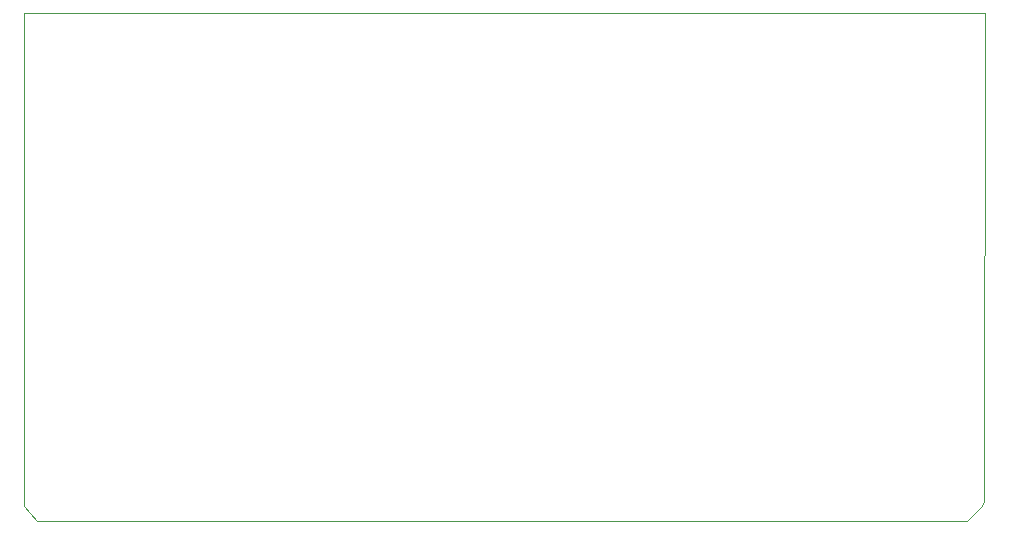
<source format=gbr>
G04 #@! TF.GenerationSoftware,KiCad,Pcbnew,(6.0.5-0)*
G04 #@! TF.CreationDate,2022-06-11T14:47:18-06:00*
G04 #@! TF.ProjectId,PiGUS,50694755-532e-46b6-9963-61645f706362,rev?*
G04 #@! TF.SameCoordinates,Original*
G04 #@! TF.FileFunction,Profile,NP*
%FSLAX46Y46*%
G04 Gerber Fmt 4.6, Leading zero omitted, Abs format (unit mm)*
G04 Created by KiCad (PCBNEW (6.0.5-0)) date 2022-06-11 14:47:18*
%MOMM*%
%LPD*%
G01*
G04 APERTURE LIST*
G04 #@! TA.AperFunction,Profile*
%ADD10C,0.050000*%
G04 #@! TD*
G04 APERTURE END LIST*
D10*
X170825000Y-50800000D02*
X89525000Y-50800000D01*
X90600000Y-93800000D02*
X169350000Y-93800000D01*
X169350000Y-93800000D02*
X170650000Y-92500000D01*
X170650000Y-92500000D02*
X170815000Y-92075000D01*
X170815000Y-92075000D02*
X170825000Y-50800000D01*
X89535000Y-92500000D02*
X89525000Y-50800000D01*
X90600000Y-93800000D02*
X89535000Y-92500000D01*
M02*

</source>
